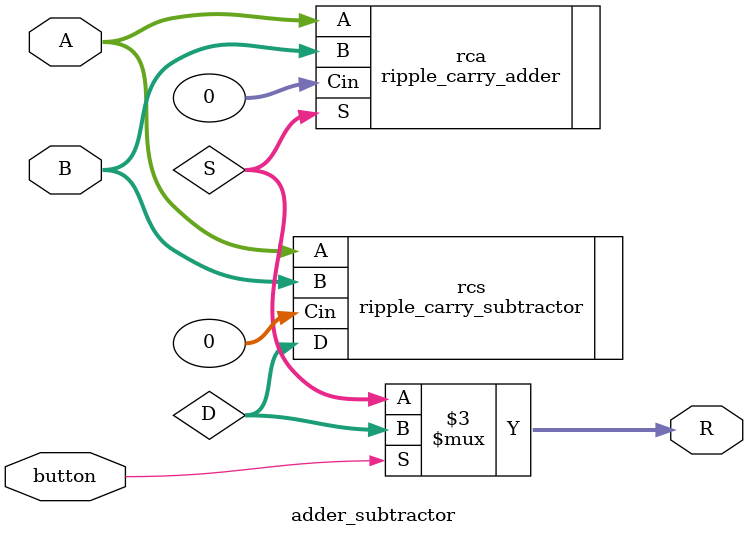
<source format=v>
module adder_subtractor(
    output  [3:0]   R,
    input   [3:0]   A,
    input   [3:0]   B,
    input           button
    );

    wire    [3:0]   S;
    ripple_carry_adder #(
        .DATA_WIDTH(4)
    ) rca (
        .S(S),
        .A(A),
        .B(B),
        .Cin(0)
    );

    wire    [3:0]   D;
    ripple_carry_subtractor #(
        .DATA_WIDTH(4)
    ) rcs (
        .D(D),
        .A(A),
        .B(B),
        .Cin(0)
    );

    assign R = (button) ? D : S;
endmodule

</source>
